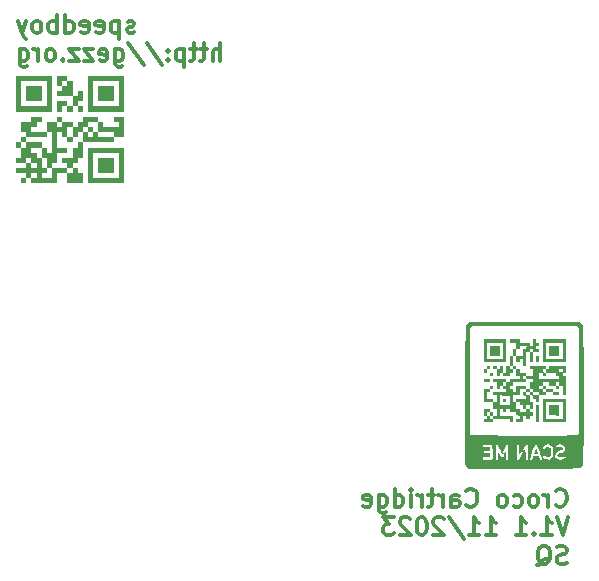
<source format=gbo>
G04 #@! TF.GenerationSoftware,KiCad,Pcbnew,7.0.11*
G04 #@! TF.CreationDate,2024-02-24T15:31:06+03:00*
G04 #@! TF.ProjectId,GameboyCartridgeV1.1,47616d65-626f-4794-9361-727472696467,rev?*
G04 #@! TF.SameCoordinates,Original*
G04 #@! TF.FileFunction,Legend,Bot*
G04 #@! TF.FilePolarity,Positive*
%FSLAX46Y46*%
G04 Gerber Fmt 4.6, Leading zero omitted, Abs format (unit mm)*
G04 Created by KiCad (PCBNEW 7.0.11) date 2024-02-24 15:31:06*
%MOMM*%
%LPD*%
G01*
G04 APERTURE LIST*
%ADD10C,0.300000*%
%ADD11C,0.650000*%
%ADD12O,1.000000X2.100000*%
%ADD13O,1.000000X1.800000*%
%ADD14C,0.860000*%
%ADD15C,2.374900*%
%ADD16C,0.990600*%
%ADD17C,7.200000*%
%ADD18R,1.700000X1.700000*%
%ADD19O,1.700000X1.700000*%
G04 APERTURE END LIST*
D10*
X98279796Y-59163400D02*
X98136939Y-59234828D01*
X98136939Y-59234828D02*
X97851225Y-59234828D01*
X97851225Y-59234828D02*
X97708368Y-59163400D01*
X97708368Y-59163400D02*
X97636939Y-59020542D01*
X97636939Y-59020542D02*
X97636939Y-58949114D01*
X97636939Y-58949114D02*
X97708368Y-58806257D01*
X97708368Y-58806257D02*
X97851225Y-58734828D01*
X97851225Y-58734828D02*
X98065511Y-58734828D01*
X98065511Y-58734828D02*
X98208368Y-58663400D01*
X98208368Y-58663400D02*
X98279796Y-58520542D01*
X98279796Y-58520542D02*
X98279796Y-58449114D01*
X98279796Y-58449114D02*
X98208368Y-58306257D01*
X98208368Y-58306257D02*
X98065511Y-58234828D01*
X98065511Y-58234828D02*
X97851225Y-58234828D01*
X97851225Y-58234828D02*
X97708368Y-58306257D01*
X96994082Y-58234828D02*
X96994082Y-59734828D01*
X96994082Y-58306257D02*
X96851225Y-58234828D01*
X96851225Y-58234828D02*
X96565510Y-58234828D01*
X96565510Y-58234828D02*
X96422653Y-58306257D01*
X96422653Y-58306257D02*
X96351225Y-58377685D01*
X96351225Y-58377685D02*
X96279796Y-58520542D01*
X96279796Y-58520542D02*
X96279796Y-58949114D01*
X96279796Y-58949114D02*
X96351225Y-59091971D01*
X96351225Y-59091971D02*
X96422653Y-59163400D01*
X96422653Y-59163400D02*
X96565510Y-59234828D01*
X96565510Y-59234828D02*
X96851225Y-59234828D01*
X96851225Y-59234828D02*
X96994082Y-59163400D01*
X95065510Y-59163400D02*
X95208367Y-59234828D01*
X95208367Y-59234828D02*
X95494082Y-59234828D01*
X95494082Y-59234828D02*
X95636939Y-59163400D01*
X95636939Y-59163400D02*
X95708367Y-59020542D01*
X95708367Y-59020542D02*
X95708367Y-58449114D01*
X95708367Y-58449114D02*
X95636939Y-58306257D01*
X95636939Y-58306257D02*
X95494082Y-58234828D01*
X95494082Y-58234828D02*
X95208367Y-58234828D01*
X95208367Y-58234828D02*
X95065510Y-58306257D01*
X95065510Y-58306257D02*
X94994082Y-58449114D01*
X94994082Y-58449114D02*
X94994082Y-58591971D01*
X94994082Y-58591971D02*
X95708367Y-58734828D01*
X93779796Y-59163400D02*
X93922653Y-59234828D01*
X93922653Y-59234828D02*
X94208368Y-59234828D01*
X94208368Y-59234828D02*
X94351225Y-59163400D01*
X94351225Y-59163400D02*
X94422653Y-59020542D01*
X94422653Y-59020542D02*
X94422653Y-58449114D01*
X94422653Y-58449114D02*
X94351225Y-58306257D01*
X94351225Y-58306257D02*
X94208368Y-58234828D01*
X94208368Y-58234828D02*
X93922653Y-58234828D01*
X93922653Y-58234828D02*
X93779796Y-58306257D01*
X93779796Y-58306257D02*
X93708368Y-58449114D01*
X93708368Y-58449114D02*
X93708368Y-58591971D01*
X93708368Y-58591971D02*
X94422653Y-58734828D01*
X92422654Y-59234828D02*
X92422654Y-57734828D01*
X92422654Y-59163400D02*
X92565511Y-59234828D01*
X92565511Y-59234828D02*
X92851225Y-59234828D01*
X92851225Y-59234828D02*
X92994082Y-59163400D01*
X92994082Y-59163400D02*
X93065511Y-59091971D01*
X93065511Y-59091971D02*
X93136939Y-58949114D01*
X93136939Y-58949114D02*
X93136939Y-58520542D01*
X93136939Y-58520542D02*
X93065511Y-58377685D01*
X93065511Y-58377685D02*
X92994082Y-58306257D01*
X92994082Y-58306257D02*
X92851225Y-58234828D01*
X92851225Y-58234828D02*
X92565511Y-58234828D01*
X92565511Y-58234828D02*
X92422654Y-58306257D01*
X91708368Y-59234828D02*
X91708368Y-57734828D01*
X91708368Y-58306257D02*
X91565511Y-58234828D01*
X91565511Y-58234828D02*
X91279796Y-58234828D01*
X91279796Y-58234828D02*
X91136939Y-58306257D01*
X91136939Y-58306257D02*
X91065511Y-58377685D01*
X91065511Y-58377685D02*
X90994082Y-58520542D01*
X90994082Y-58520542D02*
X90994082Y-58949114D01*
X90994082Y-58949114D02*
X91065511Y-59091971D01*
X91065511Y-59091971D02*
X91136939Y-59163400D01*
X91136939Y-59163400D02*
X91279796Y-59234828D01*
X91279796Y-59234828D02*
X91565511Y-59234828D01*
X91565511Y-59234828D02*
X91708368Y-59163400D01*
X90136939Y-59234828D02*
X90279796Y-59163400D01*
X90279796Y-59163400D02*
X90351225Y-59091971D01*
X90351225Y-59091971D02*
X90422653Y-58949114D01*
X90422653Y-58949114D02*
X90422653Y-58520542D01*
X90422653Y-58520542D02*
X90351225Y-58377685D01*
X90351225Y-58377685D02*
X90279796Y-58306257D01*
X90279796Y-58306257D02*
X90136939Y-58234828D01*
X90136939Y-58234828D02*
X89922653Y-58234828D01*
X89922653Y-58234828D02*
X89779796Y-58306257D01*
X89779796Y-58306257D02*
X89708368Y-58377685D01*
X89708368Y-58377685D02*
X89636939Y-58520542D01*
X89636939Y-58520542D02*
X89636939Y-58949114D01*
X89636939Y-58949114D02*
X89708368Y-59091971D01*
X89708368Y-59091971D02*
X89779796Y-59163400D01*
X89779796Y-59163400D02*
X89922653Y-59234828D01*
X89922653Y-59234828D02*
X90136939Y-59234828D01*
X89136939Y-58234828D02*
X88779796Y-59234828D01*
X88422653Y-58234828D02*
X88779796Y-59234828D01*
X88779796Y-59234828D02*
X88922653Y-59591971D01*
X88922653Y-59591971D02*
X88994082Y-59663400D01*
X88994082Y-59663400D02*
X89136939Y-59734828D01*
X105565513Y-61649828D02*
X105565513Y-60149828D01*
X104922656Y-61649828D02*
X104922656Y-60864114D01*
X104922656Y-60864114D02*
X104994084Y-60721257D01*
X104994084Y-60721257D02*
X105136941Y-60649828D01*
X105136941Y-60649828D02*
X105351227Y-60649828D01*
X105351227Y-60649828D02*
X105494084Y-60721257D01*
X105494084Y-60721257D02*
X105565513Y-60792685D01*
X104422655Y-60649828D02*
X103851227Y-60649828D01*
X104208370Y-60149828D02*
X104208370Y-61435542D01*
X104208370Y-61435542D02*
X104136941Y-61578400D01*
X104136941Y-61578400D02*
X103994084Y-61649828D01*
X103994084Y-61649828D02*
X103851227Y-61649828D01*
X103565512Y-60649828D02*
X102994084Y-60649828D01*
X103351227Y-60149828D02*
X103351227Y-61435542D01*
X103351227Y-61435542D02*
X103279798Y-61578400D01*
X103279798Y-61578400D02*
X103136941Y-61649828D01*
X103136941Y-61649828D02*
X102994084Y-61649828D01*
X102494084Y-60649828D02*
X102494084Y-62149828D01*
X102494084Y-60721257D02*
X102351227Y-60649828D01*
X102351227Y-60649828D02*
X102065512Y-60649828D01*
X102065512Y-60649828D02*
X101922655Y-60721257D01*
X101922655Y-60721257D02*
X101851227Y-60792685D01*
X101851227Y-60792685D02*
X101779798Y-60935542D01*
X101779798Y-60935542D02*
X101779798Y-61364114D01*
X101779798Y-61364114D02*
X101851227Y-61506971D01*
X101851227Y-61506971D02*
X101922655Y-61578400D01*
X101922655Y-61578400D02*
X102065512Y-61649828D01*
X102065512Y-61649828D02*
X102351227Y-61649828D01*
X102351227Y-61649828D02*
X102494084Y-61578400D01*
X101136941Y-61506971D02*
X101065512Y-61578400D01*
X101065512Y-61578400D02*
X101136941Y-61649828D01*
X101136941Y-61649828D02*
X101208369Y-61578400D01*
X101208369Y-61578400D02*
X101136941Y-61506971D01*
X101136941Y-61506971D02*
X101136941Y-61649828D01*
X101136941Y-60721257D02*
X101065512Y-60792685D01*
X101065512Y-60792685D02*
X101136941Y-60864114D01*
X101136941Y-60864114D02*
X101208369Y-60792685D01*
X101208369Y-60792685D02*
X101136941Y-60721257D01*
X101136941Y-60721257D02*
X101136941Y-60864114D01*
X99351226Y-60078400D02*
X100636940Y-62006971D01*
X97779797Y-60078400D02*
X99065511Y-62006971D01*
X96636940Y-60649828D02*
X96636940Y-61864114D01*
X96636940Y-61864114D02*
X96708368Y-62006971D01*
X96708368Y-62006971D02*
X96779797Y-62078400D01*
X96779797Y-62078400D02*
X96922654Y-62149828D01*
X96922654Y-62149828D02*
X97136940Y-62149828D01*
X97136940Y-62149828D02*
X97279797Y-62078400D01*
X96636940Y-61578400D02*
X96779797Y-61649828D01*
X96779797Y-61649828D02*
X97065511Y-61649828D01*
X97065511Y-61649828D02*
X97208368Y-61578400D01*
X97208368Y-61578400D02*
X97279797Y-61506971D01*
X97279797Y-61506971D02*
X97351225Y-61364114D01*
X97351225Y-61364114D02*
X97351225Y-60935542D01*
X97351225Y-60935542D02*
X97279797Y-60792685D01*
X97279797Y-60792685D02*
X97208368Y-60721257D01*
X97208368Y-60721257D02*
X97065511Y-60649828D01*
X97065511Y-60649828D02*
X96779797Y-60649828D01*
X96779797Y-60649828D02*
X96636940Y-60721257D01*
X95351225Y-61578400D02*
X95494082Y-61649828D01*
X95494082Y-61649828D02*
X95779797Y-61649828D01*
X95779797Y-61649828D02*
X95922654Y-61578400D01*
X95922654Y-61578400D02*
X95994082Y-61435542D01*
X95994082Y-61435542D02*
X95994082Y-60864114D01*
X95994082Y-60864114D02*
X95922654Y-60721257D01*
X95922654Y-60721257D02*
X95779797Y-60649828D01*
X95779797Y-60649828D02*
X95494082Y-60649828D01*
X95494082Y-60649828D02*
X95351225Y-60721257D01*
X95351225Y-60721257D02*
X95279797Y-60864114D01*
X95279797Y-60864114D02*
X95279797Y-61006971D01*
X95279797Y-61006971D02*
X95994082Y-61149828D01*
X94779797Y-60649828D02*
X93994083Y-60649828D01*
X93994083Y-60649828D02*
X94779797Y-61649828D01*
X94779797Y-61649828D02*
X93994083Y-61649828D01*
X93565511Y-60649828D02*
X92779797Y-60649828D01*
X92779797Y-60649828D02*
X93565511Y-61649828D01*
X93565511Y-61649828D02*
X92779797Y-61649828D01*
X92208368Y-61506971D02*
X92136939Y-61578400D01*
X92136939Y-61578400D02*
X92208368Y-61649828D01*
X92208368Y-61649828D02*
X92279796Y-61578400D01*
X92279796Y-61578400D02*
X92208368Y-61506971D01*
X92208368Y-61506971D02*
X92208368Y-61649828D01*
X91279796Y-61649828D02*
X91422653Y-61578400D01*
X91422653Y-61578400D02*
X91494082Y-61506971D01*
X91494082Y-61506971D02*
X91565510Y-61364114D01*
X91565510Y-61364114D02*
X91565510Y-60935542D01*
X91565510Y-60935542D02*
X91494082Y-60792685D01*
X91494082Y-60792685D02*
X91422653Y-60721257D01*
X91422653Y-60721257D02*
X91279796Y-60649828D01*
X91279796Y-60649828D02*
X91065510Y-60649828D01*
X91065510Y-60649828D02*
X90922653Y-60721257D01*
X90922653Y-60721257D02*
X90851225Y-60792685D01*
X90851225Y-60792685D02*
X90779796Y-60935542D01*
X90779796Y-60935542D02*
X90779796Y-61364114D01*
X90779796Y-61364114D02*
X90851225Y-61506971D01*
X90851225Y-61506971D02*
X90922653Y-61578400D01*
X90922653Y-61578400D02*
X91065510Y-61649828D01*
X91065510Y-61649828D02*
X91279796Y-61649828D01*
X90136939Y-61649828D02*
X90136939Y-60649828D01*
X90136939Y-60935542D02*
X90065510Y-60792685D01*
X90065510Y-60792685D02*
X89994082Y-60721257D01*
X89994082Y-60721257D02*
X89851224Y-60649828D01*
X89851224Y-60649828D02*
X89708367Y-60649828D01*
X88565511Y-60649828D02*
X88565511Y-61864114D01*
X88565511Y-61864114D02*
X88636939Y-62006971D01*
X88636939Y-62006971D02*
X88708368Y-62078400D01*
X88708368Y-62078400D02*
X88851225Y-62149828D01*
X88851225Y-62149828D02*
X89065511Y-62149828D01*
X89065511Y-62149828D02*
X89208368Y-62078400D01*
X88565511Y-61578400D02*
X88708368Y-61649828D01*
X88708368Y-61649828D02*
X88994082Y-61649828D01*
X88994082Y-61649828D02*
X89136939Y-61578400D01*
X89136939Y-61578400D02*
X89208368Y-61506971D01*
X89208368Y-61506971D02*
X89279796Y-61364114D01*
X89279796Y-61364114D02*
X89279796Y-60935542D01*
X89279796Y-60935542D02*
X89208368Y-60792685D01*
X89208368Y-60792685D02*
X89136939Y-60721257D01*
X89136939Y-60721257D02*
X88994082Y-60649828D01*
X88994082Y-60649828D02*
X88708368Y-60649828D01*
X88708368Y-60649828D02*
X88565511Y-60721257D01*
X133970346Y-99221971D02*
X134041774Y-99293400D01*
X134041774Y-99293400D02*
X134256060Y-99364828D01*
X134256060Y-99364828D02*
X134398917Y-99364828D01*
X134398917Y-99364828D02*
X134613203Y-99293400D01*
X134613203Y-99293400D02*
X134756060Y-99150542D01*
X134756060Y-99150542D02*
X134827489Y-99007685D01*
X134827489Y-99007685D02*
X134898917Y-98721971D01*
X134898917Y-98721971D02*
X134898917Y-98507685D01*
X134898917Y-98507685D02*
X134827489Y-98221971D01*
X134827489Y-98221971D02*
X134756060Y-98079114D01*
X134756060Y-98079114D02*
X134613203Y-97936257D01*
X134613203Y-97936257D02*
X134398917Y-97864828D01*
X134398917Y-97864828D02*
X134256060Y-97864828D01*
X134256060Y-97864828D02*
X134041774Y-97936257D01*
X134041774Y-97936257D02*
X133970346Y-98007685D01*
X133327489Y-99364828D02*
X133327489Y-98364828D01*
X133327489Y-98650542D02*
X133256060Y-98507685D01*
X133256060Y-98507685D02*
X133184632Y-98436257D01*
X133184632Y-98436257D02*
X133041774Y-98364828D01*
X133041774Y-98364828D02*
X132898917Y-98364828D01*
X132184632Y-99364828D02*
X132327489Y-99293400D01*
X132327489Y-99293400D02*
X132398918Y-99221971D01*
X132398918Y-99221971D02*
X132470346Y-99079114D01*
X132470346Y-99079114D02*
X132470346Y-98650542D01*
X132470346Y-98650542D02*
X132398918Y-98507685D01*
X132398918Y-98507685D02*
X132327489Y-98436257D01*
X132327489Y-98436257D02*
X132184632Y-98364828D01*
X132184632Y-98364828D02*
X131970346Y-98364828D01*
X131970346Y-98364828D02*
X131827489Y-98436257D01*
X131827489Y-98436257D02*
X131756061Y-98507685D01*
X131756061Y-98507685D02*
X131684632Y-98650542D01*
X131684632Y-98650542D02*
X131684632Y-99079114D01*
X131684632Y-99079114D02*
X131756061Y-99221971D01*
X131756061Y-99221971D02*
X131827489Y-99293400D01*
X131827489Y-99293400D02*
X131970346Y-99364828D01*
X131970346Y-99364828D02*
X132184632Y-99364828D01*
X130398918Y-99293400D02*
X130541775Y-99364828D01*
X130541775Y-99364828D02*
X130827489Y-99364828D01*
X130827489Y-99364828D02*
X130970346Y-99293400D01*
X130970346Y-99293400D02*
X131041775Y-99221971D01*
X131041775Y-99221971D02*
X131113203Y-99079114D01*
X131113203Y-99079114D02*
X131113203Y-98650542D01*
X131113203Y-98650542D02*
X131041775Y-98507685D01*
X131041775Y-98507685D02*
X130970346Y-98436257D01*
X130970346Y-98436257D02*
X130827489Y-98364828D01*
X130827489Y-98364828D02*
X130541775Y-98364828D01*
X130541775Y-98364828D02*
X130398918Y-98436257D01*
X129541775Y-99364828D02*
X129684632Y-99293400D01*
X129684632Y-99293400D02*
X129756061Y-99221971D01*
X129756061Y-99221971D02*
X129827489Y-99079114D01*
X129827489Y-99079114D02*
X129827489Y-98650542D01*
X129827489Y-98650542D02*
X129756061Y-98507685D01*
X129756061Y-98507685D02*
X129684632Y-98436257D01*
X129684632Y-98436257D02*
X129541775Y-98364828D01*
X129541775Y-98364828D02*
X129327489Y-98364828D01*
X129327489Y-98364828D02*
X129184632Y-98436257D01*
X129184632Y-98436257D02*
X129113204Y-98507685D01*
X129113204Y-98507685D02*
X129041775Y-98650542D01*
X129041775Y-98650542D02*
X129041775Y-99079114D01*
X129041775Y-99079114D02*
X129113204Y-99221971D01*
X129113204Y-99221971D02*
X129184632Y-99293400D01*
X129184632Y-99293400D02*
X129327489Y-99364828D01*
X129327489Y-99364828D02*
X129541775Y-99364828D01*
X126398918Y-99221971D02*
X126470346Y-99293400D01*
X126470346Y-99293400D02*
X126684632Y-99364828D01*
X126684632Y-99364828D02*
X126827489Y-99364828D01*
X126827489Y-99364828D02*
X127041775Y-99293400D01*
X127041775Y-99293400D02*
X127184632Y-99150542D01*
X127184632Y-99150542D02*
X127256061Y-99007685D01*
X127256061Y-99007685D02*
X127327489Y-98721971D01*
X127327489Y-98721971D02*
X127327489Y-98507685D01*
X127327489Y-98507685D02*
X127256061Y-98221971D01*
X127256061Y-98221971D02*
X127184632Y-98079114D01*
X127184632Y-98079114D02*
X127041775Y-97936257D01*
X127041775Y-97936257D02*
X126827489Y-97864828D01*
X126827489Y-97864828D02*
X126684632Y-97864828D01*
X126684632Y-97864828D02*
X126470346Y-97936257D01*
X126470346Y-97936257D02*
X126398918Y-98007685D01*
X125113204Y-99364828D02*
X125113204Y-98579114D01*
X125113204Y-98579114D02*
X125184632Y-98436257D01*
X125184632Y-98436257D02*
X125327489Y-98364828D01*
X125327489Y-98364828D02*
X125613204Y-98364828D01*
X125613204Y-98364828D02*
X125756061Y-98436257D01*
X125113204Y-99293400D02*
X125256061Y-99364828D01*
X125256061Y-99364828D02*
X125613204Y-99364828D01*
X125613204Y-99364828D02*
X125756061Y-99293400D01*
X125756061Y-99293400D02*
X125827489Y-99150542D01*
X125827489Y-99150542D02*
X125827489Y-99007685D01*
X125827489Y-99007685D02*
X125756061Y-98864828D01*
X125756061Y-98864828D02*
X125613204Y-98793400D01*
X125613204Y-98793400D02*
X125256061Y-98793400D01*
X125256061Y-98793400D02*
X125113204Y-98721971D01*
X124398918Y-99364828D02*
X124398918Y-98364828D01*
X124398918Y-98650542D02*
X124327489Y-98507685D01*
X124327489Y-98507685D02*
X124256061Y-98436257D01*
X124256061Y-98436257D02*
X124113203Y-98364828D01*
X124113203Y-98364828D02*
X123970346Y-98364828D01*
X123684632Y-98364828D02*
X123113204Y-98364828D01*
X123470347Y-97864828D02*
X123470347Y-99150542D01*
X123470347Y-99150542D02*
X123398918Y-99293400D01*
X123398918Y-99293400D02*
X123256061Y-99364828D01*
X123256061Y-99364828D02*
X123113204Y-99364828D01*
X122613204Y-99364828D02*
X122613204Y-98364828D01*
X122613204Y-98650542D02*
X122541775Y-98507685D01*
X122541775Y-98507685D02*
X122470347Y-98436257D01*
X122470347Y-98436257D02*
X122327489Y-98364828D01*
X122327489Y-98364828D02*
X122184632Y-98364828D01*
X121684633Y-99364828D02*
X121684633Y-98364828D01*
X121684633Y-97864828D02*
X121756061Y-97936257D01*
X121756061Y-97936257D02*
X121684633Y-98007685D01*
X121684633Y-98007685D02*
X121613204Y-97936257D01*
X121613204Y-97936257D02*
X121684633Y-97864828D01*
X121684633Y-97864828D02*
X121684633Y-98007685D01*
X120327490Y-99364828D02*
X120327490Y-97864828D01*
X120327490Y-99293400D02*
X120470347Y-99364828D01*
X120470347Y-99364828D02*
X120756061Y-99364828D01*
X120756061Y-99364828D02*
X120898918Y-99293400D01*
X120898918Y-99293400D02*
X120970347Y-99221971D01*
X120970347Y-99221971D02*
X121041775Y-99079114D01*
X121041775Y-99079114D02*
X121041775Y-98650542D01*
X121041775Y-98650542D02*
X120970347Y-98507685D01*
X120970347Y-98507685D02*
X120898918Y-98436257D01*
X120898918Y-98436257D02*
X120756061Y-98364828D01*
X120756061Y-98364828D02*
X120470347Y-98364828D01*
X120470347Y-98364828D02*
X120327490Y-98436257D01*
X118970347Y-98364828D02*
X118970347Y-99579114D01*
X118970347Y-99579114D02*
X119041775Y-99721971D01*
X119041775Y-99721971D02*
X119113204Y-99793400D01*
X119113204Y-99793400D02*
X119256061Y-99864828D01*
X119256061Y-99864828D02*
X119470347Y-99864828D01*
X119470347Y-99864828D02*
X119613204Y-99793400D01*
X118970347Y-99293400D02*
X119113204Y-99364828D01*
X119113204Y-99364828D02*
X119398918Y-99364828D01*
X119398918Y-99364828D02*
X119541775Y-99293400D01*
X119541775Y-99293400D02*
X119613204Y-99221971D01*
X119613204Y-99221971D02*
X119684632Y-99079114D01*
X119684632Y-99079114D02*
X119684632Y-98650542D01*
X119684632Y-98650542D02*
X119613204Y-98507685D01*
X119613204Y-98507685D02*
X119541775Y-98436257D01*
X119541775Y-98436257D02*
X119398918Y-98364828D01*
X119398918Y-98364828D02*
X119113204Y-98364828D01*
X119113204Y-98364828D02*
X118970347Y-98436257D01*
X117684632Y-99293400D02*
X117827489Y-99364828D01*
X117827489Y-99364828D02*
X118113204Y-99364828D01*
X118113204Y-99364828D02*
X118256061Y-99293400D01*
X118256061Y-99293400D02*
X118327489Y-99150542D01*
X118327489Y-99150542D02*
X118327489Y-98579114D01*
X118327489Y-98579114D02*
X118256061Y-98436257D01*
X118256061Y-98436257D02*
X118113204Y-98364828D01*
X118113204Y-98364828D02*
X117827489Y-98364828D01*
X117827489Y-98364828D02*
X117684632Y-98436257D01*
X117684632Y-98436257D02*
X117613204Y-98579114D01*
X117613204Y-98579114D02*
X117613204Y-98721971D01*
X117613204Y-98721971D02*
X118327489Y-98864828D01*
X135041774Y-100279828D02*
X134541774Y-101779828D01*
X134541774Y-101779828D02*
X134041774Y-100279828D01*
X132756060Y-101779828D02*
X133613203Y-101779828D01*
X133184632Y-101779828D02*
X133184632Y-100279828D01*
X133184632Y-100279828D02*
X133327489Y-100494114D01*
X133327489Y-100494114D02*
X133470346Y-100636971D01*
X133470346Y-100636971D02*
X133613203Y-100708400D01*
X132113204Y-101636971D02*
X132041775Y-101708400D01*
X132041775Y-101708400D02*
X132113204Y-101779828D01*
X132113204Y-101779828D02*
X132184632Y-101708400D01*
X132184632Y-101708400D02*
X132113204Y-101636971D01*
X132113204Y-101636971D02*
X132113204Y-101779828D01*
X130613203Y-101779828D02*
X131470346Y-101779828D01*
X131041775Y-101779828D02*
X131041775Y-100279828D01*
X131041775Y-100279828D02*
X131184632Y-100494114D01*
X131184632Y-100494114D02*
X131327489Y-100636971D01*
X131327489Y-100636971D02*
X131470346Y-100708400D01*
X128041775Y-101779828D02*
X128898918Y-101779828D01*
X128470347Y-101779828D02*
X128470347Y-100279828D01*
X128470347Y-100279828D02*
X128613204Y-100494114D01*
X128613204Y-100494114D02*
X128756061Y-100636971D01*
X128756061Y-100636971D02*
X128898918Y-100708400D01*
X126613204Y-101779828D02*
X127470347Y-101779828D01*
X127041776Y-101779828D02*
X127041776Y-100279828D01*
X127041776Y-100279828D02*
X127184633Y-100494114D01*
X127184633Y-100494114D02*
X127327490Y-100636971D01*
X127327490Y-100636971D02*
X127470347Y-100708400D01*
X124898919Y-100208400D02*
X126184633Y-102136971D01*
X124470347Y-100422685D02*
X124398919Y-100351257D01*
X124398919Y-100351257D02*
X124256062Y-100279828D01*
X124256062Y-100279828D02*
X123898919Y-100279828D01*
X123898919Y-100279828D02*
X123756062Y-100351257D01*
X123756062Y-100351257D02*
X123684633Y-100422685D01*
X123684633Y-100422685D02*
X123613204Y-100565542D01*
X123613204Y-100565542D02*
X123613204Y-100708400D01*
X123613204Y-100708400D02*
X123684633Y-100922685D01*
X123684633Y-100922685D02*
X124541776Y-101779828D01*
X124541776Y-101779828D02*
X123613204Y-101779828D01*
X122684633Y-100279828D02*
X122541776Y-100279828D01*
X122541776Y-100279828D02*
X122398919Y-100351257D01*
X122398919Y-100351257D02*
X122327491Y-100422685D01*
X122327491Y-100422685D02*
X122256062Y-100565542D01*
X122256062Y-100565542D02*
X122184633Y-100851257D01*
X122184633Y-100851257D02*
X122184633Y-101208400D01*
X122184633Y-101208400D02*
X122256062Y-101494114D01*
X122256062Y-101494114D02*
X122327491Y-101636971D01*
X122327491Y-101636971D02*
X122398919Y-101708400D01*
X122398919Y-101708400D02*
X122541776Y-101779828D01*
X122541776Y-101779828D02*
X122684633Y-101779828D01*
X122684633Y-101779828D02*
X122827491Y-101708400D01*
X122827491Y-101708400D02*
X122898919Y-101636971D01*
X122898919Y-101636971D02*
X122970348Y-101494114D01*
X122970348Y-101494114D02*
X123041776Y-101208400D01*
X123041776Y-101208400D02*
X123041776Y-100851257D01*
X123041776Y-100851257D02*
X122970348Y-100565542D01*
X122970348Y-100565542D02*
X122898919Y-100422685D01*
X122898919Y-100422685D02*
X122827491Y-100351257D01*
X122827491Y-100351257D02*
X122684633Y-100279828D01*
X121613205Y-100422685D02*
X121541777Y-100351257D01*
X121541777Y-100351257D02*
X121398920Y-100279828D01*
X121398920Y-100279828D02*
X121041777Y-100279828D01*
X121041777Y-100279828D02*
X120898920Y-100351257D01*
X120898920Y-100351257D02*
X120827491Y-100422685D01*
X120827491Y-100422685D02*
X120756062Y-100565542D01*
X120756062Y-100565542D02*
X120756062Y-100708400D01*
X120756062Y-100708400D02*
X120827491Y-100922685D01*
X120827491Y-100922685D02*
X121684634Y-101779828D01*
X121684634Y-101779828D02*
X120756062Y-101779828D01*
X120256063Y-100279828D02*
X119327491Y-100279828D01*
X119327491Y-100279828D02*
X119827491Y-100851257D01*
X119827491Y-100851257D02*
X119613206Y-100851257D01*
X119613206Y-100851257D02*
X119470349Y-100922685D01*
X119470349Y-100922685D02*
X119398920Y-100994114D01*
X119398920Y-100994114D02*
X119327491Y-101136971D01*
X119327491Y-101136971D02*
X119327491Y-101494114D01*
X119327491Y-101494114D02*
X119398920Y-101636971D01*
X119398920Y-101636971D02*
X119470349Y-101708400D01*
X119470349Y-101708400D02*
X119613206Y-101779828D01*
X119613206Y-101779828D02*
X120041777Y-101779828D01*
X120041777Y-101779828D02*
X120184634Y-101708400D01*
X120184634Y-101708400D02*
X120256063Y-101636971D01*
X134898917Y-104123400D02*
X134684632Y-104194828D01*
X134684632Y-104194828D02*
X134327489Y-104194828D01*
X134327489Y-104194828D02*
X134184632Y-104123400D01*
X134184632Y-104123400D02*
X134113203Y-104051971D01*
X134113203Y-104051971D02*
X134041774Y-103909114D01*
X134041774Y-103909114D02*
X134041774Y-103766257D01*
X134041774Y-103766257D02*
X134113203Y-103623400D01*
X134113203Y-103623400D02*
X134184632Y-103551971D01*
X134184632Y-103551971D02*
X134327489Y-103480542D01*
X134327489Y-103480542D02*
X134613203Y-103409114D01*
X134613203Y-103409114D02*
X134756060Y-103337685D01*
X134756060Y-103337685D02*
X134827489Y-103266257D01*
X134827489Y-103266257D02*
X134898917Y-103123400D01*
X134898917Y-103123400D02*
X134898917Y-102980542D01*
X134898917Y-102980542D02*
X134827489Y-102837685D01*
X134827489Y-102837685D02*
X134756060Y-102766257D01*
X134756060Y-102766257D02*
X134613203Y-102694828D01*
X134613203Y-102694828D02*
X134256060Y-102694828D01*
X134256060Y-102694828D02*
X134041774Y-102766257D01*
X132398918Y-104337685D02*
X132541775Y-104266257D01*
X132541775Y-104266257D02*
X132684632Y-104123400D01*
X132684632Y-104123400D02*
X132898918Y-103909114D01*
X132898918Y-103909114D02*
X133041775Y-103837685D01*
X133041775Y-103837685D02*
X133184632Y-103837685D01*
X133113203Y-104194828D02*
X133256061Y-104123400D01*
X133256061Y-104123400D02*
X133398918Y-103980542D01*
X133398918Y-103980542D02*
X133470346Y-103694828D01*
X133470346Y-103694828D02*
X133470346Y-103194828D01*
X133470346Y-103194828D02*
X133398918Y-102909114D01*
X133398918Y-102909114D02*
X133256061Y-102766257D01*
X133256061Y-102766257D02*
X133113203Y-102694828D01*
X133113203Y-102694828D02*
X132827489Y-102694828D01*
X132827489Y-102694828D02*
X132684632Y-102766257D01*
X132684632Y-102766257D02*
X132541775Y-102909114D01*
X132541775Y-102909114D02*
X132470346Y-103194828D01*
X132470346Y-103194828D02*
X132470346Y-103694828D01*
X132470346Y-103694828D02*
X132541775Y-103980542D01*
X132541775Y-103980542D02*
X132684632Y-104123400D01*
X132684632Y-104123400D02*
X132827489Y-104194828D01*
X132827489Y-104194828D02*
X133113203Y-104194828D01*
G04 #@! TO.C,G\u002A\u002A\u002A*
G36*
X97403070Y-70481047D02*
G01*
X97403070Y-72003070D01*
X95881046Y-72003070D01*
X94359023Y-72003070D01*
X94359023Y-71568207D01*
X94793887Y-71568207D01*
X95881046Y-71568207D01*
X96968206Y-71568207D01*
X96968206Y-70481047D01*
X96968206Y-69393888D01*
X95881046Y-69393888D01*
X94793887Y-69393888D01*
X94793887Y-70481047D01*
X94793887Y-71568207D01*
X94359023Y-71568207D01*
X94359023Y-70481047D01*
X94359023Y-68959024D01*
X95881046Y-68959024D01*
X97403070Y-68959024D01*
X97403070Y-69393888D01*
X97403070Y-70481047D01*
G37*
G36*
X90662681Y-70698479D02*
G01*
X90880112Y-70698479D01*
X90880112Y-70915911D01*
X90880112Y-71133343D01*
X90662681Y-71133343D01*
X90445249Y-71133343D01*
X90445249Y-71350775D01*
X90445249Y-71568207D01*
X90880112Y-71568207D01*
X91314976Y-71568207D01*
X91314976Y-71133343D01*
X91314976Y-70698479D01*
X91967272Y-70698479D01*
X92619568Y-70698479D01*
X92619568Y-70915911D01*
X92619568Y-71133343D01*
X92837000Y-71133343D01*
X93054432Y-71133343D01*
X93054432Y-70915911D01*
X93054432Y-70698479D01*
X93271863Y-70698479D01*
X93489295Y-70698479D01*
X93489295Y-70915911D01*
X93489295Y-71133343D01*
X93706727Y-71133343D01*
X93924159Y-71133343D01*
X93924159Y-71568207D01*
X93924159Y-72003070D01*
X93271863Y-72003070D01*
X92619568Y-72003070D01*
X92619568Y-71568207D01*
X92619568Y-71133343D01*
X92184704Y-71133343D01*
X91749840Y-71133343D01*
X91749840Y-71568207D01*
X91749840Y-72003070D01*
X90662681Y-72003070D01*
X89575521Y-72003070D01*
X89575521Y-71785638D01*
X89575521Y-71568207D01*
X89792953Y-71568207D01*
X90010385Y-71568207D01*
X90010385Y-71350775D01*
X90010385Y-71133343D01*
X89792953Y-71133343D01*
X89575521Y-71133343D01*
X89575521Y-71350775D01*
X89575521Y-71568207D01*
X89358089Y-71568207D01*
X89140657Y-71568207D01*
X89140657Y-71350775D01*
X89140657Y-71133343D01*
X88705793Y-71133343D01*
X88270930Y-71133343D01*
X88270930Y-70915911D01*
X88270930Y-70698479D01*
X88705793Y-70698479D01*
X89140657Y-70698479D01*
X89575521Y-70698479D01*
X89792953Y-70698479D01*
X90010385Y-70698479D01*
X90010385Y-70481047D01*
X90010385Y-70263615D01*
X89792953Y-70263615D01*
X89575521Y-70263615D01*
X89575521Y-70481047D01*
X89575521Y-70698479D01*
X89140657Y-70698479D01*
X89140657Y-70481047D01*
X89140657Y-70263615D01*
X89358089Y-70263615D01*
X89575521Y-70263615D01*
X89575521Y-70046183D01*
X89575521Y-69828751D01*
X89358089Y-69828751D01*
X89140657Y-69828751D01*
X89140657Y-70046183D01*
X89140657Y-70263615D01*
X88705793Y-70263615D01*
X88270930Y-70263615D01*
X88270930Y-70046183D01*
X88270930Y-69828751D01*
X88488362Y-69828751D01*
X88705793Y-69828751D01*
X88705793Y-69393888D01*
X88705793Y-68959024D01*
X88488362Y-68959024D01*
X88270930Y-68959024D01*
X88270930Y-68741592D01*
X88270930Y-68524160D01*
X88488362Y-68524160D01*
X88705793Y-68524160D01*
X88705793Y-68741592D01*
X88705793Y-68959024D01*
X88923225Y-68959024D01*
X89140657Y-68959024D01*
X89140657Y-68741592D01*
X89140657Y-68524160D01*
X89792953Y-68524160D01*
X90445249Y-68524160D01*
X90445249Y-68741592D01*
X90445249Y-68959024D01*
X90010385Y-68959024D01*
X89575521Y-68959024D01*
X89575521Y-69176456D01*
X89575521Y-69393888D01*
X89792953Y-69393888D01*
X90010385Y-69393888D01*
X90010385Y-69611319D01*
X90010385Y-69828751D01*
X90227817Y-69828751D01*
X90445249Y-69828751D01*
X90445249Y-69393888D01*
X90445249Y-68959024D01*
X90662681Y-68959024D01*
X90880112Y-68959024D01*
X90880112Y-69176456D01*
X90880112Y-69393888D01*
X91097544Y-69393888D01*
X91314976Y-69393888D01*
X91314976Y-68524160D01*
X91314976Y-67654432D01*
X91097544Y-67654432D01*
X90880112Y-67654432D01*
X90880112Y-67871864D01*
X90880112Y-68089296D01*
X90010385Y-68089296D01*
X89140657Y-68089296D01*
X89140657Y-67871864D01*
X89140657Y-67654432D01*
X88923225Y-67654432D01*
X88705793Y-67654432D01*
X88705793Y-67219568D01*
X88705793Y-66784705D01*
X89140657Y-66784705D01*
X89575521Y-66784705D01*
X89575521Y-66567273D01*
X89575521Y-66349841D01*
X90010385Y-66349841D01*
X90445249Y-66349841D01*
X90445249Y-66567273D01*
X90445249Y-66784705D01*
X90227817Y-66784705D01*
X90010385Y-66784705D01*
X90010385Y-67002137D01*
X90010385Y-67219568D01*
X89792953Y-67219568D01*
X89575521Y-67219568D01*
X89575521Y-67437000D01*
X89575521Y-67654432D01*
X90227817Y-67654432D01*
X90880112Y-67654432D01*
X90880112Y-67219568D01*
X90880112Y-66784705D01*
X91314976Y-66784705D01*
X91749840Y-66784705D01*
X91749840Y-67002137D01*
X91749840Y-67219568D01*
X91967272Y-67219568D01*
X92184704Y-67219568D01*
X92184704Y-67002137D01*
X92184704Y-66784705D01*
X92619568Y-66784705D01*
X93054432Y-66784705D01*
X93054432Y-67002137D01*
X93054432Y-67219568D01*
X93271863Y-67219568D01*
X93489295Y-67219568D01*
X93489295Y-67002137D01*
X93489295Y-66784705D01*
X93706727Y-66784705D01*
X93924159Y-66784705D01*
X93924159Y-66567273D01*
X93924159Y-66349841D01*
X94576455Y-66349841D01*
X95228751Y-66349841D01*
X95228751Y-66567273D01*
X95228751Y-66784705D01*
X94793887Y-66784705D01*
X94359023Y-66784705D01*
X94359023Y-67002137D01*
X94359023Y-67219568D01*
X94141591Y-67219568D01*
X93924159Y-67219568D01*
X93924159Y-67437000D01*
X93924159Y-67654432D01*
X93706727Y-67654432D01*
X93489295Y-67654432D01*
X93489295Y-67871864D01*
X93489295Y-68089296D01*
X93271863Y-68089296D01*
X93054432Y-68089296D01*
X93054432Y-67654432D01*
X93054432Y-67219568D01*
X92837000Y-67219568D01*
X92619568Y-67219568D01*
X92619568Y-67654432D01*
X92619568Y-68089296D01*
X92402136Y-68089296D01*
X92184704Y-68089296D01*
X92184704Y-67871864D01*
X92184704Y-67654432D01*
X91967272Y-67654432D01*
X91749840Y-67654432D01*
X91749840Y-68306728D01*
X91749840Y-68959024D01*
X92184704Y-68959024D01*
X92619568Y-68959024D01*
X92619568Y-69176456D01*
X92619568Y-69393888D01*
X92184704Y-69393888D01*
X91749840Y-69393888D01*
X91749840Y-69828751D01*
X91749840Y-70263615D01*
X91532408Y-70263615D01*
X91314976Y-70263615D01*
X91314976Y-70481047D01*
X91314976Y-70698479D01*
X91097544Y-70698479D01*
X90880112Y-70698479D01*
X90880112Y-70263615D01*
X90880112Y-69828751D01*
X90662681Y-69828751D01*
X90445249Y-69828751D01*
X90445249Y-70263615D01*
X90445249Y-70698479D01*
X90662681Y-70698479D01*
G37*
G36*
X93924159Y-69176456D02*
G01*
X93924159Y-69828751D01*
X93706727Y-69828751D01*
X93489295Y-69828751D01*
X93489295Y-70046183D01*
X93489295Y-70263615D01*
X93271863Y-70263615D01*
X93054432Y-70263615D01*
X93054432Y-70481047D01*
X93054432Y-70698479D01*
X92837000Y-70698479D01*
X92619568Y-70698479D01*
X92619568Y-70481047D01*
X92619568Y-70263615D01*
X92402136Y-70263615D01*
X92184704Y-70263615D01*
X92184704Y-70046183D01*
X92184704Y-69828751D01*
X92619568Y-69828751D01*
X93054432Y-69828751D01*
X93054432Y-69393888D01*
X93054432Y-68959024D01*
X93271863Y-68959024D01*
X93489295Y-68959024D01*
X93489295Y-68741592D01*
X93489295Y-68524160D01*
X93706727Y-68524160D01*
X93924159Y-68524160D01*
X93924159Y-69176456D01*
G37*
G36*
X89140657Y-68306728D02*
G01*
X89140657Y-68524160D01*
X88923225Y-68524160D01*
X88705793Y-68524160D01*
X88705793Y-68306728D01*
X88705793Y-68089296D01*
X88923225Y-68089296D01*
X89140657Y-68089296D01*
X89140657Y-68306728D01*
G37*
G36*
X94141591Y-67654432D02*
G01*
X94359023Y-67654432D01*
X94359023Y-67871864D01*
X94359023Y-68089296D01*
X94576455Y-68089296D01*
X94793887Y-68089296D01*
X94793887Y-67871864D01*
X94793887Y-67654432D01*
X95011319Y-67654432D01*
X95228751Y-67654432D01*
X95228751Y-67871864D01*
X95228751Y-68089296D01*
X95881046Y-68089296D01*
X96533342Y-68089296D01*
X96533342Y-68306728D01*
X96533342Y-68524160D01*
X95228751Y-68524160D01*
X93924159Y-68524160D01*
X93924159Y-68089296D01*
X93924159Y-67654432D01*
X94141591Y-67654432D01*
G37*
G36*
X97403070Y-67219568D02*
G01*
X97403070Y-68089296D01*
X96968206Y-68089296D01*
X96533342Y-68089296D01*
X96533342Y-67871864D01*
X96533342Y-67654432D01*
X95881046Y-67654432D01*
X95228751Y-67654432D01*
X95228751Y-67219568D01*
X95228751Y-66784705D01*
X95446183Y-66784705D01*
X95663614Y-66784705D01*
X95663614Y-67002137D01*
X95663614Y-67219568D01*
X96315910Y-67219568D01*
X96968206Y-67219568D01*
X96968206Y-67002137D01*
X96968206Y-66784705D01*
X96750774Y-66784705D01*
X96533342Y-66784705D01*
X96533342Y-66567273D01*
X96533342Y-66349841D01*
X96968206Y-66349841D01*
X97403070Y-66349841D01*
X97403070Y-67219568D01*
G37*
G36*
X92184704Y-66567273D02*
G01*
X92184704Y-66784705D01*
X91967272Y-66784705D01*
X91749840Y-66784705D01*
X91749840Y-66567273D01*
X91749840Y-66349841D01*
X91967272Y-66349841D01*
X92184704Y-66349841D01*
X92184704Y-66567273D01*
G37*
G36*
X89140657Y-71785638D02*
G01*
X89140657Y-72003070D01*
X88923225Y-72003070D01*
X88705793Y-72003070D01*
X88705793Y-71785638D01*
X88705793Y-71568207D01*
X88923225Y-71568207D01*
X89140657Y-71568207D01*
X89140657Y-71785638D01*
G37*
G36*
X97403070Y-64392954D02*
G01*
X97403070Y-65914977D01*
X95881046Y-65914977D01*
X94359023Y-65914977D01*
X94359023Y-65480113D01*
X94793887Y-65480113D01*
X95881046Y-65480113D01*
X96968206Y-65480113D01*
X96968206Y-64392954D01*
X96968206Y-63305794D01*
X95881046Y-63305794D01*
X94793887Y-63305794D01*
X94793887Y-64392954D01*
X94793887Y-65480113D01*
X94359023Y-65480113D01*
X94359023Y-64392954D01*
X94359023Y-62870930D01*
X95881046Y-62870930D01*
X97403070Y-62870930D01*
X97403070Y-63305794D01*
X97403070Y-64392954D01*
G37*
G36*
X92619568Y-63088362D02*
G01*
X92619568Y-63305794D01*
X92402136Y-63305794D01*
X92184704Y-63305794D01*
X92184704Y-63523226D01*
X92184704Y-63740658D01*
X92402136Y-63740658D01*
X92619568Y-63740658D01*
X92619568Y-63523226D01*
X92619568Y-63305794D01*
X92837000Y-63305794D01*
X93054432Y-63305794D01*
X93054432Y-63958090D01*
X93054432Y-64610386D01*
X93271863Y-64610386D01*
X93489295Y-64610386D01*
X93489295Y-64392954D01*
X93489295Y-64175522D01*
X93706727Y-64175522D01*
X93924159Y-64175522D01*
X93924159Y-64610386D01*
X93924159Y-65045249D01*
X93706727Y-65045249D01*
X93489295Y-65045249D01*
X93489295Y-65262681D01*
X93489295Y-65480113D01*
X93271863Y-65480113D01*
X93054432Y-65480113D01*
X93054432Y-65697545D01*
X93054432Y-65914977D01*
X92837000Y-65914977D01*
X92619568Y-65914977D01*
X92619568Y-65697545D01*
X92619568Y-65480113D01*
X92402136Y-65480113D01*
X92184704Y-65480113D01*
X92184704Y-65697545D01*
X92184704Y-65914977D01*
X91967272Y-65914977D01*
X91749840Y-65914977D01*
X91749840Y-65480113D01*
X91749840Y-65045249D01*
X92184704Y-65045249D01*
X92619568Y-65045249D01*
X92619568Y-65262681D01*
X92619568Y-65480113D01*
X92837000Y-65480113D01*
X93054432Y-65480113D01*
X93054432Y-65045249D01*
X93054432Y-64610386D01*
X92402136Y-64610386D01*
X91749840Y-64610386D01*
X91749840Y-64392954D01*
X91749840Y-64175522D01*
X91967272Y-64175522D01*
X92184704Y-64175522D01*
X92184704Y-63958090D01*
X92184704Y-63740658D01*
X91967272Y-63740658D01*
X91749840Y-63740658D01*
X91749840Y-63305794D01*
X91749840Y-62870930D01*
X92184704Y-62870930D01*
X92619568Y-62870930D01*
X92619568Y-63088362D01*
G37*
G36*
X93706727Y-65480113D02*
G01*
X93924159Y-65480113D01*
X93924159Y-65697545D01*
X93924159Y-65914977D01*
X93706727Y-65914977D01*
X93489295Y-65914977D01*
X93489295Y-65697545D01*
X93489295Y-65480113D01*
X93706727Y-65480113D01*
G37*
G36*
X91314976Y-64392954D02*
G01*
X91314976Y-65914977D01*
X89792953Y-65914977D01*
X88270930Y-65914977D01*
X88270930Y-65480113D01*
X88705793Y-65480113D01*
X89792953Y-65480113D01*
X90880112Y-65480113D01*
X90880112Y-64392954D01*
X90880112Y-63305794D01*
X89792953Y-63305794D01*
X88705793Y-63305794D01*
X88705793Y-64392954D01*
X88705793Y-65480113D01*
X88270930Y-65480113D01*
X88270930Y-64392954D01*
X88270930Y-62870930D01*
X89792953Y-62870930D01*
X91314976Y-62870930D01*
X91314976Y-63305794D01*
X91314976Y-64392954D01*
G37*
G36*
X96533342Y-70481047D02*
G01*
X96533342Y-71133343D01*
X95881046Y-71133343D01*
X95228751Y-71133343D01*
X95228751Y-70481047D01*
X95228751Y-69828751D01*
X95881046Y-69828751D01*
X96533342Y-69828751D01*
X96533342Y-70481047D01*
G37*
G36*
X93054432Y-68306728D02*
G01*
X93054432Y-68524160D01*
X92837000Y-68524160D01*
X92619568Y-68524160D01*
X92619568Y-68306728D01*
X92619568Y-68089296D01*
X92837000Y-68089296D01*
X93054432Y-68089296D01*
X93054432Y-68306728D01*
G37*
G36*
X94793887Y-67437000D02*
G01*
X94793887Y-67654432D01*
X94576455Y-67654432D01*
X94359023Y-67654432D01*
X94359023Y-67437000D01*
X94359023Y-67219568D01*
X94576455Y-67219568D01*
X94793887Y-67219568D01*
X94793887Y-67437000D01*
G37*
G36*
X96533342Y-64392954D02*
G01*
X96533342Y-65045249D01*
X95881046Y-65045249D01*
X95228751Y-65045249D01*
X95228751Y-64392954D01*
X95228751Y-63740658D01*
X95881046Y-63740658D01*
X96533342Y-63740658D01*
X96533342Y-64392954D01*
G37*
G36*
X90445249Y-64392954D02*
G01*
X90445249Y-65045249D01*
X89792953Y-65045249D01*
X89140657Y-65045249D01*
X89140657Y-64392954D01*
X89140657Y-63740658D01*
X89792953Y-63740658D01*
X90445249Y-63740658D01*
X90445249Y-64392954D01*
G37*
G36*
X134251334Y-91218735D02*
G01*
X134251334Y-91653665D01*
X133843000Y-91644294D01*
X133434667Y-91634922D01*
X133425338Y-91209364D01*
X133416009Y-90783805D01*
X133833671Y-90783805D01*
X134251334Y-90783805D01*
X134251334Y-91218735D01*
G37*
G36*
X134251334Y-86194449D02*
G01*
X134251334Y-86611663D01*
X133834667Y-86611663D01*
X133418000Y-86611663D01*
X133418000Y-86194449D01*
X133418000Y-85777235D01*
X133834667Y-85777235D01*
X134251334Y-85777235D01*
X134251334Y-86194449D01*
G37*
G36*
X132584667Y-91484725D02*
G01*
X132584667Y-92185645D01*
X132451334Y-92185645D01*
X132318000Y-92185645D01*
X132318000Y-91484725D01*
X132318000Y-90783805D01*
X132451334Y-90783805D01*
X132584667Y-90783805D01*
X132584667Y-91484725D01*
G37*
G36*
X132584667Y-86878680D02*
G01*
X132584667Y-87145697D01*
X132451334Y-87145697D01*
X132318000Y-87145697D01*
X132318000Y-86878680D01*
X132318000Y-86611663D01*
X132451334Y-86611663D01*
X132584667Y-86611663D01*
X132584667Y-86878680D01*
G37*
G36*
X129784667Y-90383280D02*
G01*
X129784667Y-90516788D01*
X129651334Y-90516788D01*
X129518000Y-90516788D01*
X129518000Y-90383280D01*
X129518000Y-90249771D01*
X129651334Y-90249771D01*
X129784667Y-90249771D01*
X129784667Y-90383280D01*
G37*
G36*
X128684667Y-88147012D02*
G01*
X128684667Y-88280520D01*
X128534667Y-88280520D01*
X128384667Y-88280520D01*
X128384667Y-88147012D01*
X128384667Y-88013503D01*
X128534667Y-88013503D01*
X128684667Y-88013503D01*
X128684667Y-88147012D01*
G37*
G36*
X128384667Y-87579600D02*
G01*
X128384667Y-87713109D01*
X128251334Y-87713109D01*
X128118000Y-87713109D01*
X128118000Y-87579600D01*
X128118000Y-87446092D01*
X128251334Y-87446092D01*
X128384667Y-87446092D01*
X128384667Y-87579600D01*
G37*
G36*
X128384667Y-88697734D02*
G01*
X128384667Y-88847931D01*
X128118000Y-88847931D01*
X127851334Y-88847931D01*
X127851334Y-88697734D01*
X127851334Y-88547537D01*
X128118000Y-88547537D01*
X128384667Y-88547537D01*
X128384667Y-88697734D01*
G37*
G36*
X128118000Y-87863306D02*
G01*
X128118000Y-88013503D01*
X127984667Y-88013503D01*
X127851334Y-88013503D01*
X127851334Y-87863306D01*
X127851334Y-87713109D01*
X127984667Y-87713109D01*
X128118000Y-87713109D01*
X128118000Y-87863306D01*
G37*
G36*
X129251334Y-86172198D02*
G01*
X129249581Y-86324184D01*
X129244612Y-86456289D01*
X129237206Y-86549699D01*
X129228138Y-86590387D01*
X129228046Y-86590476D01*
X129186938Y-86598718D01*
X129093186Y-86604070D01*
X128960637Y-86606080D01*
X128803138Y-86604294D01*
X128401334Y-86594975D01*
X128391975Y-86186105D01*
X128382615Y-85777235D01*
X128816975Y-85777235D01*
X129251334Y-85777235D01*
X129251334Y-86172198D01*
G37*
G36*
X134818000Y-91217708D02*
G01*
X134818000Y-92185645D01*
X133834667Y-92185645D01*
X132851334Y-92185645D01*
X132851334Y-91918628D01*
X133151334Y-91918628D01*
X133851334Y-91918628D01*
X134551334Y-91918628D01*
X134551334Y-91217708D01*
X134551334Y-90516788D01*
X133851334Y-90516788D01*
X133151334Y-90516788D01*
X133151334Y-91217708D01*
X133151334Y-91918628D01*
X132851334Y-91918628D01*
X132851334Y-91217708D01*
X132851334Y-90249771D01*
X133834667Y-90249771D01*
X134818000Y-90249771D01*
X134818000Y-90516788D01*
X134818000Y-91217708D01*
G37*
G36*
X134818000Y-86177761D02*
G01*
X134818000Y-87145697D01*
X133834667Y-87145697D01*
X132851334Y-87145697D01*
X132851334Y-86878680D01*
X133151334Y-86878680D01*
X133851334Y-86878680D01*
X134551334Y-86878680D01*
X134551334Y-86177761D01*
X134551334Y-85476841D01*
X133851334Y-85476841D01*
X133151334Y-85476841D01*
X133151334Y-86177761D01*
X133151334Y-86878680D01*
X132851334Y-86878680D01*
X132851334Y-86177761D01*
X132851334Y-85209824D01*
X133834667Y-85209824D01*
X134818000Y-85209824D01*
X134818000Y-85476841D01*
X134818000Y-86177761D01*
G37*
G36*
X129784667Y-86177761D02*
G01*
X129784667Y-87145697D01*
X128818000Y-87145697D01*
X127851334Y-87145697D01*
X127851334Y-86878680D01*
X128118000Y-86878680D01*
X128818000Y-86878680D01*
X129518000Y-86878680D01*
X129518000Y-86177761D01*
X129518000Y-85476841D01*
X128818000Y-85476841D01*
X128118000Y-85476841D01*
X128118000Y-86177761D01*
X128118000Y-86878680D01*
X127851334Y-86878680D01*
X127851334Y-86177761D01*
X127851334Y-85209824D01*
X128818000Y-85209824D01*
X129784667Y-85209824D01*
X129784667Y-85476841D01*
X129784667Y-86177761D01*
G37*
G36*
X132301976Y-94388807D02*
G01*
X132318656Y-94423026D01*
X132348963Y-94503365D01*
X132386827Y-94613831D01*
X132388144Y-94617825D01*
X132427131Y-94735412D01*
X132458814Y-94829788D01*
X132476444Y-94880849D01*
X132469550Y-94903321D01*
X132414511Y-94918076D01*
X132301334Y-94922570D01*
X132199964Y-94919248D01*
X132137483Y-94906002D01*
X132126223Y-94880849D01*
X132126507Y-94880075D01*
X132144701Y-94827286D01*
X132176729Y-94731837D01*
X132215841Y-94613831D01*
X132219506Y-94602752D01*
X132256925Y-94494406D01*
X132286224Y-94417669D01*
X132301334Y-94388536D01*
X132301976Y-94388807D01*
G37*
G36*
X132451334Y-86044252D02*
G01*
X132584667Y-86044252D01*
X132584667Y-86177761D01*
X132584667Y-86311269D01*
X132301334Y-86311269D01*
X132018000Y-86311269D01*
X132018000Y-86728483D01*
X132018000Y-87145697D01*
X131884667Y-87145697D01*
X131751334Y-87145697D01*
X131751334Y-86728483D01*
X131751334Y-86311269D01*
X131884667Y-86311269D01*
X132018000Y-86311269D01*
X132018000Y-86177761D01*
X132018000Y-86044252D01*
X131884667Y-86044252D01*
X131751334Y-86044252D01*
X131751334Y-86177761D01*
X131751334Y-86311269D01*
X131618806Y-86311269D01*
X131486279Y-86311269D01*
X131477140Y-86870336D01*
X131468000Y-87429403D01*
X131326334Y-87439666D01*
X131184667Y-87449930D01*
X131184667Y-87164305D01*
X131184667Y-86878680D01*
X131051334Y-86878680D01*
X130918000Y-86878680D01*
X130918000Y-87012189D01*
X130918000Y-87145697D01*
X130768000Y-87145697D01*
X130618000Y-87145697D01*
X130618000Y-86878680D01*
X130618000Y-86611663D01*
X130484667Y-86611663D01*
X130351334Y-86611663D01*
X130351334Y-86327958D01*
X130351334Y-86044252D01*
X130484667Y-86044252D01*
X130618000Y-86044252D01*
X130618000Y-86327958D01*
X130618000Y-86611663D01*
X130901334Y-86611663D01*
X131184667Y-86611663D01*
X131184667Y-86329877D01*
X131184667Y-86048090D01*
X131326334Y-86037827D01*
X131374625Y-86033863D01*
X131439809Y-86019106D01*
X131467702Y-85981237D01*
X131478346Y-85902399D01*
X131488692Y-85777235D01*
X131203346Y-85777235D01*
X130918000Y-85777235D01*
X130918000Y-85910743D01*
X130918000Y-86044252D01*
X130768000Y-86044252D01*
X130618000Y-86044252D01*
X130618000Y-85760546D01*
X130618000Y-85476841D01*
X130351334Y-85476841D01*
X130084667Y-85476841D01*
X130084667Y-85343332D01*
X130084667Y-85209824D01*
X130501334Y-85209824D01*
X130918000Y-85209824D01*
X130918000Y-85343332D01*
X130918000Y-85476841D01*
X131334667Y-85476841D01*
X131751334Y-85476841D01*
X131751334Y-85627038D01*
X131751334Y-85777235D01*
X131884667Y-85777235D01*
X132018000Y-85777235D01*
X132018000Y-85493529D01*
X132018000Y-85209824D01*
X132168000Y-85209824D01*
X132318000Y-85209824D01*
X132318000Y-85343332D01*
X132318000Y-85476841D01*
X132451334Y-85476841D01*
X132584667Y-85476841D01*
X132584667Y-85627038D01*
X132584667Y-85777235D01*
X132451334Y-85777235D01*
X132318000Y-85777235D01*
X132318000Y-85910743D01*
X132318000Y-86044252D01*
X132451334Y-86044252D01*
G37*
G36*
X136318044Y-91055705D02*
G01*
X136318101Y-91695252D01*
X136318054Y-92275622D01*
X136317818Y-92799766D01*
X136317306Y-93270631D01*
X136316435Y-93691169D01*
X136315118Y-94064329D01*
X136313272Y-94393060D01*
X136310810Y-94680312D01*
X136307648Y-94929035D01*
X136303701Y-95142178D01*
X136301724Y-95216263D01*
X136298883Y-95322691D01*
X136296143Y-95394284D01*
X136293110Y-95473524D01*
X136286295Y-95597627D01*
X136278355Y-95697948D01*
X136269205Y-95777439D01*
X136258758Y-95839047D01*
X136246929Y-95885724D01*
X136233635Y-95920418D01*
X136218789Y-95946079D01*
X136202307Y-95965658D01*
X136184104Y-95982103D01*
X136164093Y-95998364D01*
X136142191Y-96017391D01*
X136058962Y-96078382D01*
X135964024Y-96123235D01*
X135943888Y-96125397D01*
X135859884Y-96128700D01*
X135715553Y-96131795D01*
X135514797Y-96134662D01*
X135261517Y-96137282D01*
X134959614Y-96139635D01*
X134612988Y-96141703D01*
X134225543Y-96143465D01*
X133801178Y-96144903D01*
X133343795Y-96145997D01*
X132857295Y-96146728D01*
X132345579Y-96147076D01*
X131812549Y-96147023D01*
X131262105Y-96146548D01*
X126656210Y-96140835D01*
X126562105Y-96071012D01*
X126554432Y-96065148D01*
X126469175Y-95984530D01*
X126393000Y-95890846D01*
X126318000Y-95780504D01*
X126318013Y-94288404D01*
X127780239Y-94288404D01*
X128099120Y-94288404D01*
X128418000Y-94288404D01*
X128418000Y-94471979D01*
X128418000Y-94655553D01*
X128151334Y-94655553D01*
X128038950Y-94656059D01*
X127951048Y-94660399D01*
X127905102Y-94672831D01*
X127887509Y-94697612D01*
X127884667Y-94738996D01*
X127886285Y-94774162D01*
X127900156Y-94801667D01*
X127939886Y-94816044D01*
X128019078Y-94821549D01*
X128151334Y-94822439D01*
X128418000Y-94822439D01*
X128418000Y-95006013D01*
X128418000Y-95189587D01*
X128101334Y-95189587D01*
X127784667Y-95189587D01*
X127784667Y-95289718D01*
X127784667Y-95389850D01*
X128185713Y-95389850D01*
X128206073Y-95389831D01*
X128384746Y-95387261D01*
X128505336Y-95379795D01*
X128575572Y-95366641D01*
X128603179Y-95347006D01*
X128607509Y-95309319D01*
X128610919Y-95213931D01*
X128612635Y-95073621D01*
X128884667Y-95073621D01*
X128884667Y-95389850D01*
X128968000Y-95389850D01*
X129051334Y-95389850D01*
X129051334Y-95004043D01*
X129053281Y-94858733D01*
X129058815Y-94737859D01*
X129067070Y-94658883D01*
X129077179Y-94634230D01*
X129084309Y-94642392D01*
X129116281Y-94699447D01*
X129162939Y-94797000D01*
X129216876Y-94919905D01*
X129244624Y-94984794D01*
X129294700Y-95092200D01*
X129334109Y-95154173D01*
X129371627Y-95182584D01*
X129416031Y-95189304D01*
X129438582Y-95187879D01*
X129478455Y-95171988D01*
X129515892Y-95128910D01*
X129559529Y-95046878D01*
X129618000Y-94914130D01*
X129734667Y-94639239D01*
X129751334Y-95006200D01*
X129768000Y-95373161D01*
X129859667Y-95383723D01*
X129951334Y-95394284D01*
X129951334Y-95373161D01*
X130668000Y-95373161D01*
X130751334Y-95382862D01*
X130753817Y-95383130D01*
X130788680Y-95380412D01*
X130825160Y-95359823D01*
X130869795Y-95313487D01*
X130929121Y-95233532D01*
X131009678Y-95112084D01*
X131118000Y-94941272D01*
X131401334Y-94489981D01*
X131410608Y-94939916D01*
X131419882Y-95389850D01*
X131519661Y-95389850D01*
X131619440Y-95389850D01*
X131619322Y-95381506D01*
X131752221Y-95381506D01*
X131778823Y-95387326D01*
X131846805Y-95389850D01*
X131860602Y-95389624D01*
X131917908Y-95376760D01*
X131958646Y-95332258D01*
X131999562Y-95239653D01*
X132056848Y-95089456D01*
X132299759Y-95089456D01*
X132542670Y-95089456D01*
X132584667Y-95239653D01*
X132593342Y-95269802D01*
X132623467Y-95347958D01*
X132661211Y-95382242D01*
X132722333Y-95389850D01*
X132789104Y-95382593D01*
X132818000Y-95364437D01*
X132816364Y-95356351D01*
X132797889Y-95296865D01*
X132762358Y-95191702D01*
X132714154Y-95053127D01*
X132712246Y-95047734D01*
X132851458Y-95047734D01*
X132851488Y-95049320D01*
X132877632Y-95121587D01*
X132940187Y-95208864D01*
X133020769Y-95289487D01*
X133100993Y-95341793D01*
X133171689Y-95364437D01*
X133201155Y-95373875D01*
X133366752Y-95378555D01*
X133521890Y-95317678D01*
X133668000Y-95190862D01*
X133696981Y-95150924D01*
X133716511Y-95098861D01*
X133727950Y-95021585D01*
X133728123Y-95017836D01*
X133918000Y-95017836D01*
X133935850Y-95137590D01*
X134009259Y-95258893D01*
X134137953Y-95343310D01*
X134169640Y-95355447D01*
X134359794Y-95386906D01*
X134564835Y-95355349D01*
X134780395Y-95261335D01*
X134859456Y-95216263D01*
X134791176Y-95147893D01*
X134778064Y-95134928D01*
X134732671Y-95100720D01*
X134685202Y-95101286D01*
X134607077Y-95134555D01*
X134512953Y-95167599D01*
X134382482Y-95187085D01*
X134262844Y-95180766D01*
X134179029Y-95147866D01*
X134123014Y-95086321D01*
X134104064Y-95004543D01*
X134143908Y-94928647D01*
X134238231Y-94865535D01*
X134382715Y-94822111D01*
X134500549Y-94795138D01*
X134624552Y-94743529D01*
X134704410Y-94668976D01*
X134753215Y-94562296D01*
X134769081Y-94481479D01*
X134753553Y-94336767D01*
X134682407Y-94216428D01*
X134561376Y-94133285D01*
X134469038Y-94107154D01*
X134312304Y-94097489D01*
X134156116Y-94119551D01*
X134030591Y-94171189D01*
X133996565Y-94195536D01*
X133971022Y-94236303D01*
X133993141Y-94290515D01*
X134031722Y-94332064D01*
X134101334Y-94337429D01*
X134196788Y-94313203D01*
X134338427Y-94296072D01*
X134455185Y-94304064D01*
X134528626Y-94337189D01*
X134568010Y-94387057D01*
X134585611Y-94469751D01*
X134541137Y-94544269D01*
X134437476Y-94606968D01*
X134277515Y-94654202D01*
X134176630Y-94681957D01*
X134078274Y-94736048D01*
X134034134Y-94760323D01*
X133947331Y-94872883D01*
X133918000Y-95017836D01*
X133728123Y-95017836D01*
X133733326Y-94905260D01*
X133734667Y-94736048D01*
X133734667Y-94356271D01*
X133614987Y-94236433D01*
X133605068Y-94226769D01*
X133466604Y-94134420D01*
X133313954Y-94096282D01*
X133161916Y-94111116D01*
X133025284Y-94177681D01*
X132918855Y-94294740D01*
X132876683Y-94367692D01*
X132856761Y-94424822D01*
X132879005Y-94449789D01*
X132945523Y-94455290D01*
X133022576Y-94438410D01*
X133118000Y-94371847D01*
X133139275Y-94351227D01*
X133246944Y-94294916D01*
X133361486Y-94301265D01*
X133469516Y-94370330D01*
X133489316Y-94391118D01*
X133522449Y-94438572D01*
X133541163Y-94499546D01*
X133549458Y-94591772D01*
X133551334Y-94732977D01*
X133548929Y-94872286D01*
X133538873Y-94974510D01*
X133517773Y-95044948D01*
X133482248Y-95101643D01*
X133430103Y-95150903D01*
X133322359Y-95191005D01*
X133207238Y-95176163D01*
X133104253Y-95106144D01*
X133085774Y-95088864D01*
X133015411Y-95046922D01*
X132938545Y-95022769D01*
X132876716Y-95021381D01*
X132851458Y-95047734D01*
X132712246Y-95047734D01*
X132657661Y-94893407D01*
X132597264Y-94724807D01*
X132537345Y-94559593D01*
X132482289Y-94410030D01*
X132436479Y-94288384D01*
X132404299Y-94206920D01*
X132380577Y-94155954D01*
X132336538Y-94102368D01*
X132281523Y-94094073D01*
X132270525Y-94096898D01*
X132242450Y-94116817D01*
X132211158Y-94161235D01*
X132173044Y-94237906D01*
X132124502Y-94354587D01*
X132061928Y-94519032D01*
X131981716Y-94738996D01*
X131966283Y-94781821D01*
X131898507Y-94970227D01*
X131839814Y-95133912D01*
X131793604Y-95263362D01*
X131763274Y-95349064D01*
X131752221Y-95381506D01*
X131619322Y-95381506D01*
X131610387Y-94747340D01*
X131601334Y-94104830D01*
X131518699Y-94104830D01*
X131495017Y-94107924D01*
X131456074Y-94128484D01*
X131408751Y-94175099D01*
X131346600Y-94255587D01*
X131263176Y-94377764D01*
X131152033Y-94549446D01*
X130868000Y-94994062D01*
X130858713Y-94538977D01*
X130849425Y-94083892D01*
X130758713Y-94094361D01*
X130668000Y-94104830D01*
X130668000Y-94738996D01*
X130668000Y-95373161D01*
X129951334Y-95373161D01*
X129951334Y-94738996D01*
X129951334Y-94083708D01*
X129863317Y-94094269D01*
X129856766Y-94095089D01*
X129827797Y-94101419D01*
X129801239Y-94117028D01*
X129773007Y-94149361D01*
X129739017Y-94205862D01*
X129695184Y-94293976D01*
X129637423Y-94421147D01*
X129561650Y-94594819D01*
X129463779Y-94822439D01*
X129413665Y-94939259D01*
X129235309Y-94522044D01*
X129192959Y-94423730D01*
X129129836Y-94283188D01*
X129082082Y-94189710D01*
X129043674Y-94133557D01*
X129008590Y-94104989D01*
X128970810Y-94094269D01*
X128884667Y-94083708D01*
X128884667Y-94736779D01*
X128884667Y-95073621D01*
X128612635Y-95073621D01*
X128612528Y-94899954D01*
X128610466Y-94704497D01*
X128601334Y-94104830D01*
X128201334Y-94104830D01*
X127801334Y-94104830D01*
X127790786Y-94196617D01*
X127780239Y-94288404D01*
X126318013Y-94288404D01*
X126318023Y-93185105D01*
X126701334Y-93185105D01*
X126777256Y-93261130D01*
X126853178Y-93337156D01*
X131277256Y-93345208D01*
X131424085Y-93345470D01*
X132068741Y-93346473D01*
X132650255Y-93347101D01*
X133171528Y-93347332D01*
X133635461Y-93347144D01*
X134044955Y-93346516D01*
X134402911Y-93345425D01*
X134712231Y-93343849D01*
X134975816Y-93341767D01*
X135196566Y-93339157D01*
X135377383Y-93335996D01*
X135521168Y-93332264D01*
X135630822Y-93327937D01*
X135709247Y-93322994D01*
X135759342Y-93317413D01*
X135784010Y-93311173D01*
X135786176Y-93310080D01*
X135809539Y-93299035D01*
X135830585Y-93288231D01*
X135849428Y-93274319D01*
X135866184Y-93253949D01*
X135880967Y-93223771D01*
X135893892Y-93180435D01*
X135905073Y-93120592D01*
X135914625Y-93040891D01*
X135922662Y-92937984D01*
X135929300Y-92808520D01*
X135934652Y-92649149D01*
X135938834Y-92456522D01*
X135941960Y-92227288D01*
X135944144Y-91958099D01*
X135945502Y-91645604D01*
X135946148Y-91286453D01*
X135946196Y-90877297D01*
X135945762Y-90414786D01*
X135944959Y-89895571D01*
X135943903Y-89316300D01*
X135942708Y-88673625D01*
X135934667Y-84243733D01*
X135858741Y-84167712D01*
X135782815Y-84091690D01*
X131318000Y-84091690D01*
X126853186Y-84091690D01*
X126777260Y-84167715D01*
X126701334Y-84243741D01*
X126701334Y-88714423D01*
X126701334Y-93185105D01*
X126318023Y-93185105D01*
X126318052Y-89936097D01*
X126318062Y-89557340D01*
X126318129Y-88855785D01*
X126318284Y-88216535D01*
X126318555Y-87636635D01*
X126318972Y-87113129D01*
X126319564Y-86643060D01*
X126320359Y-86223472D01*
X126321387Y-85851410D01*
X126322676Y-85523916D01*
X126324255Y-85238036D01*
X126326154Y-84990812D01*
X126328400Y-84779289D01*
X126331024Y-84600510D01*
X126334054Y-84451520D01*
X126337519Y-84329362D01*
X126341448Y-84231080D01*
X126345870Y-84153718D01*
X126350814Y-84094319D01*
X126356308Y-84049929D01*
X126362382Y-84017590D01*
X126369065Y-83994346D01*
X126376386Y-83977242D01*
X126379750Y-83970812D01*
X126447993Y-83872754D01*
X126528778Y-83793668D01*
X126622889Y-83724541D01*
X131318000Y-83724541D01*
X136013112Y-83724541D01*
X136107223Y-83793668D01*
X136112512Y-83797662D01*
X136193593Y-83879483D01*
X136259615Y-83977242D01*
X136263256Y-83984976D01*
X136270268Y-84004707D01*
X136276656Y-84032016D01*
X136282449Y-84069863D01*
X136287675Y-84121206D01*
X136292363Y-84189004D01*
X136296543Y-84276215D01*
X136300243Y-84385799D01*
X136303493Y-84520714D01*
X136306322Y-84683919D01*
X136308758Y-84878373D01*
X136310830Y-85107035D01*
X136312568Y-85372863D01*
X136314001Y-85678816D01*
X136315157Y-86027853D01*
X136316066Y-86422933D01*
X136316757Y-86867014D01*
X136317258Y-87363056D01*
X136317598Y-87914017D01*
X136317808Y-88522855D01*
X136317915Y-89192531D01*
X136317949Y-89926001D01*
X136317968Y-90354031D01*
X136318025Y-90877297D01*
X136318044Y-91055705D01*
G37*
G36*
X133418000Y-88547537D02*
G01*
X134251334Y-88547537D01*
X134251334Y-88414029D01*
X134251334Y-88280520D01*
X134118000Y-88280520D01*
X133984667Y-88280520D01*
X133984667Y-88147012D01*
X133984667Y-88013503D01*
X133568000Y-88013503D01*
X133151334Y-88013503D01*
X133151334Y-87861387D01*
X133151334Y-87713109D01*
X133284667Y-87713109D01*
X133418000Y-87713109D01*
X133418000Y-87579600D01*
X133418000Y-87446092D01*
X134118000Y-87446092D01*
X134818000Y-87446092D01*
X134818000Y-87729797D01*
X134818000Y-88013503D01*
X134684667Y-88013503D01*
X134551334Y-88013503D01*
X134551334Y-87865225D01*
X134551334Y-87713109D01*
X134399417Y-87713109D01*
X134247501Y-87713109D01*
X134257751Y-87854962D01*
X134262419Y-87911502D01*
X134278258Y-87972183D01*
X134320686Y-87997378D01*
X134409667Y-88007078D01*
X134551334Y-88017341D01*
X134551334Y-88147012D01*
X134551334Y-88280520D01*
X134684667Y-88280520D01*
X134818000Y-88280520D01*
X134818000Y-88847931D01*
X134818000Y-89114948D01*
X134818000Y-89949377D01*
X134684667Y-89949377D01*
X134551334Y-89949377D01*
X134551334Y-89532163D01*
X134551334Y-89114948D01*
X134401334Y-89114948D01*
X134251334Y-89114948D01*
X134251334Y-89265146D01*
X134251334Y-89415343D01*
X134118000Y-89415343D01*
X133984667Y-89415343D01*
X133984667Y-89265146D01*
X133984667Y-89114948D01*
X134118000Y-89114948D01*
X134251334Y-89114948D01*
X134251334Y-88981440D01*
X134251334Y-88847931D01*
X134118000Y-88847931D01*
X133984667Y-88847931D01*
X133984667Y-88981440D01*
X133984667Y-89114948D01*
X133701334Y-89114948D01*
X133418000Y-89114948D01*
X133418000Y-88981440D01*
X133418000Y-88847931D01*
X133134667Y-88847931D01*
X132851334Y-88847931D01*
X132851334Y-88981440D01*
X132851334Y-89114948D01*
X132718000Y-89114948D01*
X132584667Y-89114948D01*
X132584667Y-89248457D01*
X132584667Y-89381966D01*
X132718000Y-89381966D01*
X132851334Y-89381966D01*
X132851334Y-89248457D01*
X132851334Y-89114948D01*
X133001334Y-89114948D01*
X133151334Y-89114948D01*
X133151334Y-89247107D01*
X133151334Y-89379266D01*
X133426334Y-89388960D01*
X133701334Y-89398654D01*
X133711584Y-89540507D01*
X133721834Y-89682360D01*
X133986584Y-89682360D01*
X134251334Y-89682360D01*
X134251334Y-89815868D01*
X134251334Y-89949377D01*
X133984667Y-89949377D01*
X133718000Y-89949377D01*
X133718000Y-89815868D01*
X133718000Y-89682360D01*
X133434667Y-89682360D01*
X133151334Y-89682360D01*
X133151334Y-89550770D01*
X133151334Y-89415343D01*
X132999322Y-89415343D01*
X132847309Y-89415343D01*
X132857655Y-89540507D01*
X132861708Y-89583177D01*
X132877834Y-89640859D01*
X132920473Y-89665825D01*
X133009667Y-89675935D01*
X133151334Y-89686198D01*
X133151334Y-89815868D01*
X133151334Y-89949377D01*
X132868000Y-89949377D01*
X132584667Y-89949377D01*
X132584667Y-90233082D01*
X132584667Y-90516788D01*
X132451334Y-90516788D01*
X132405335Y-90516472D01*
X132343986Y-90506854D01*
X132321289Y-90469427D01*
X132318000Y-90385199D01*
X132317413Y-90332701D01*
X132305891Y-90276381D01*
X132265067Y-90252806D01*
X132176334Y-90243346D01*
X132119867Y-90238671D01*
X132059266Y-90222811D01*
X132034104Y-90180327D01*
X132024417Y-90091230D01*
X132019786Y-90034683D01*
X132004776Y-89974871D01*
X131965300Y-89952645D01*
X131882751Y-89949377D01*
X131751334Y-89949377D01*
X131751334Y-90233082D01*
X131751334Y-90516788D01*
X131884667Y-90516788D01*
X132018000Y-90516788D01*
X132018000Y-90800494D01*
X132018000Y-91084199D01*
X131884667Y-91084199D01*
X131751334Y-91084199D01*
X131751334Y-90934002D01*
X131751334Y-90783805D01*
X131618000Y-90783805D01*
X131484667Y-90783805D01*
X131484667Y-90934002D01*
X131484667Y-91084199D01*
X131334667Y-91084199D01*
X131184667Y-91084199D01*
X131184667Y-90934002D01*
X131184667Y-90783805D01*
X131051334Y-90783805D01*
X130918000Y-90783805D01*
X130918000Y-90650297D01*
X130918000Y-90516788D01*
X130768000Y-90516788D01*
X130618000Y-90516788D01*
X130618000Y-90384277D01*
X130618000Y-90251765D01*
X131043000Y-90242424D01*
X131468000Y-90233082D01*
X131468000Y-90099574D01*
X131467411Y-90045548D01*
X131455886Y-89988845D01*
X131415060Y-89965223D01*
X131326334Y-89955802D01*
X131269862Y-89951165D01*
X131210128Y-89936135D01*
X131187931Y-89896607D01*
X131184667Y-89813949D01*
X131184667Y-89682360D01*
X131334667Y-89682360D01*
X131484667Y-89682360D01*
X131484667Y-89815868D01*
X131484667Y-89949377D01*
X131618000Y-89949377D01*
X131751334Y-89949377D01*
X131751334Y-89815868D01*
X131751334Y-89682360D01*
X131884667Y-89682360D01*
X132018000Y-89682360D01*
X132018000Y-89815868D01*
X132018000Y-89949377D01*
X132301334Y-89949377D01*
X132584667Y-89949377D01*
X132584667Y-89815868D01*
X132584667Y-89682360D01*
X132301334Y-89682360D01*
X132018000Y-89682360D01*
X132018000Y-89548851D01*
X132018000Y-89415343D01*
X131884667Y-89415343D01*
X131751334Y-89415343D01*
X131751334Y-89548851D01*
X131751334Y-89682360D01*
X131618000Y-89682360D01*
X131484667Y-89682360D01*
X131484667Y-89548851D01*
X131484667Y-89415343D01*
X131201334Y-89415343D01*
X130918000Y-89415343D01*
X130918000Y-89682360D01*
X130918000Y-89949377D01*
X130634667Y-89949377D01*
X130351334Y-89949377D01*
X130351334Y-90233082D01*
X130351334Y-90516788D01*
X130483319Y-90516788D01*
X130615304Y-90516788D01*
X130624693Y-90783805D01*
X130624986Y-90792149D01*
X130634667Y-91067511D01*
X130776334Y-91077774D01*
X130832806Y-91082411D01*
X130892540Y-91097441D01*
X130914736Y-91136970D01*
X130918000Y-91219627D01*
X130918000Y-91351216D01*
X131201334Y-91351216D01*
X131484667Y-91351216D01*
X131484667Y-91217708D01*
X131484667Y-91084199D01*
X131618000Y-91084199D01*
X131751334Y-91084199D01*
X131751334Y-91217708D01*
X131751334Y-91351216D01*
X131884667Y-91351216D01*
X132018000Y-91351216D01*
X132018000Y-91501414D01*
X132018000Y-91651611D01*
X131884667Y-91651611D01*
X131751334Y-91651611D01*
X131751334Y-91785119D01*
X131751334Y-91918628D01*
X131618000Y-91918628D01*
X131484667Y-91918628D01*
X131484667Y-91785119D01*
X131484667Y-91651611D01*
X131334667Y-91651611D01*
X131184667Y-91651611D01*
X131184667Y-91918628D01*
X131184667Y-92185645D01*
X130901334Y-92185645D01*
X130618000Y-92185645D01*
X130618000Y-92052136D01*
X130618000Y-91918628D01*
X130768000Y-91918628D01*
X130918000Y-91918628D01*
X130918000Y-91787038D01*
X130917413Y-91734541D01*
X130905891Y-91678221D01*
X130865067Y-91654646D01*
X130776334Y-91645186D01*
X130719867Y-91640511D01*
X130659266Y-91624651D01*
X130634104Y-91582167D01*
X130624417Y-91493069D01*
X130614167Y-91351216D01*
X130349417Y-91351216D01*
X130084667Y-91351216D01*
X130084667Y-91217708D01*
X130084667Y-91084199D01*
X129934667Y-91084199D01*
X129784667Y-91084199D01*
X129784667Y-91217708D01*
X129784667Y-91351216D01*
X129651334Y-91351216D01*
X129518000Y-91351216D01*
X129518000Y-91217708D01*
X129518000Y-91084199D01*
X129384667Y-91084199D01*
X129251334Y-91084199D01*
X129251334Y-91367905D01*
X129251334Y-91651611D01*
X129801334Y-91651611D01*
X130351334Y-91651611D01*
X130351334Y-91918628D01*
X130351334Y-92185645D01*
X130218000Y-92185645D01*
X130084667Y-92185645D01*
X130084667Y-92052136D01*
X130084667Y-91918628D01*
X129384667Y-91918628D01*
X128684667Y-91918628D01*
X128684667Y-92052136D01*
X128684667Y-92185645D01*
X128268000Y-92185645D01*
X127851334Y-92185645D01*
X127851334Y-92052136D01*
X127851334Y-91918628D01*
X127984667Y-91918628D01*
X128118000Y-91918628D01*
X128118000Y-91785119D01*
X128118000Y-91651611D01*
X128251334Y-91651611D01*
X128384667Y-91651611D01*
X128384667Y-91785119D01*
X128384667Y-91918628D01*
X128534667Y-91918628D01*
X128684667Y-91918628D01*
X128684667Y-91785119D01*
X128684667Y-91651611D01*
X128534667Y-91651611D01*
X128384667Y-91651611D01*
X128384667Y-91501414D01*
X128384667Y-91351216D01*
X128534667Y-91351216D01*
X128684667Y-91351216D01*
X128684667Y-91501414D01*
X128684667Y-91651611D01*
X128818000Y-91651611D01*
X128951334Y-91651611D01*
X128951334Y-91367905D01*
X128951334Y-91084199D01*
X128818000Y-91084199D01*
X128684667Y-91084199D01*
X128684667Y-90800494D01*
X128684667Y-90783805D01*
X129251334Y-90783805D01*
X129669026Y-90783805D01*
X130086719Y-90783805D01*
X130077360Y-90374935D01*
X130068000Y-89966065D01*
X129659667Y-89956694D01*
X129251334Y-89947322D01*
X129251334Y-90365564D01*
X129251334Y-90783805D01*
X128684667Y-90783805D01*
X128684667Y-90516788D01*
X128268000Y-90516788D01*
X127851334Y-90516788D01*
X127851334Y-89949377D01*
X127851334Y-89381966D01*
X128118000Y-89381966D01*
X128384667Y-89381966D01*
X128384667Y-89248457D01*
X128384667Y-89114948D01*
X128536584Y-89114948D01*
X128688500Y-89114948D01*
X128678250Y-89256801D01*
X128673582Y-89313342D01*
X128657743Y-89374022D01*
X128615315Y-89399218D01*
X128526334Y-89408917D01*
X128469862Y-89413555D01*
X128410128Y-89428584D01*
X128387931Y-89468113D01*
X128384667Y-89550770D01*
X128384347Y-89596168D01*
X128374601Y-89656714D01*
X128336678Y-89679114D01*
X128251334Y-89682360D01*
X128118000Y-89682360D01*
X128118000Y-89966065D01*
X128118000Y-90249771D01*
X128401334Y-90249771D01*
X128684667Y-90249771D01*
X128684667Y-90383280D01*
X128684667Y-90516788D01*
X128818000Y-90516788D01*
X128951334Y-90516788D01*
X128951334Y-90233082D01*
X128951334Y-89949377D01*
X128818000Y-89949377D01*
X128684667Y-89949377D01*
X128684667Y-89815868D01*
X128684667Y-89682360D01*
X129234667Y-89682360D01*
X129784667Y-89682360D01*
X129784667Y-89548851D01*
X129784667Y-89415343D01*
X129651334Y-89415343D01*
X129518000Y-89415343D01*
X129518000Y-89381966D01*
X130084667Y-89381966D01*
X130218000Y-89381966D01*
X130351334Y-89381966D01*
X130351334Y-89532163D01*
X130351334Y-89682360D01*
X130484667Y-89682360D01*
X130618000Y-89682360D01*
X130618000Y-89398654D01*
X130618000Y-89114948D01*
X131051334Y-89114948D01*
X131484667Y-89114948D01*
X131484667Y-89248457D01*
X131484667Y-89381966D01*
X131618000Y-89381966D01*
X131751334Y-89381966D01*
X131751334Y-89114948D01*
X131751334Y-88847931D01*
X131884667Y-88847931D01*
X132018000Y-88847931D01*
X132018000Y-88697734D01*
X132018000Y-88547537D01*
X131751334Y-88547537D01*
X131488500Y-88547537D01*
X131478250Y-88689390D01*
X131468000Y-88831243D01*
X130909667Y-88840394D01*
X130351334Y-88849545D01*
X130351334Y-88982247D01*
X130351013Y-89028453D01*
X130341267Y-89089275D01*
X130303345Y-89111722D01*
X130218000Y-89114948D01*
X130084667Y-89114948D01*
X130084667Y-89248457D01*
X130084667Y-89381966D01*
X129518000Y-89381966D01*
X129518000Y-89265146D01*
X129518000Y-89114948D01*
X129386584Y-89114948D01*
X129334155Y-89115537D01*
X129277909Y-89127074D01*
X129254365Y-89167952D01*
X129244917Y-89256801D01*
X129240218Y-89314159D01*
X129225081Y-89373518D01*
X129185071Y-89395474D01*
X129101334Y-89398654D01*
X128968000Y-89398654D01*
X128958319Y-89123293D01*
X128948638Y-88847931D01*
X128816652Y-88847931D01*
X128684667Y-88847931D01*
X128684667Y-88697734D01*
X128684667Y-88547537D01*
X129234667Y-88547537D01*
X129784667Y-88547537D01*
X129784667Y-88699653D01*
X129784667Y-88847931D01*
X129651334Y-88847931D01*
X129518000Y-88847931D01*
X129518000Y-88981440D01*
X129518000Y-89114948D01*
X129651334Y-89114948D01*
X129784667Y-89114948D01*
X129784667Y-88981440D01*
X129784667Y-88851770D01*
X129926334Y-88841506D01*
X129982800Y-88836832D01*
X130043401Y-88820972D01*
X130068564Y-88778488D01*
X130078250Y-88689390D01*
X130088500Y-88547537D01*
X130503250Y-88547537D01*
X130918000Y-88547537D01*
X130918000Y-88414029D01*
X130918000Y-88280520D01*
X130768000Y-88280520D01*
X130618000Y-88280520D01*
X130618000Y-87996814D01*
X130618000Y-87713109D01*
X130768000Y-87713109D01*
X130918000Y-87713109D01*
X130918000Y-87863306D01*
X130918000Y-88013503D01*
X131201334Y-88013503D01*
X131484667Y-88013503D01*
X131484667Y-88147012D01*
X131484667Y-88280520D01*
X131334667Y-88280520D01*
X131184667Y-88280520D01*
X131184667Y-88414029D01*
X131184667Y-88547537D01*
X131336584Y-88547537D01*
X131484667Y-88547537D01*
X131484667Y-88414029D01*
X131484667Y-88280520D01*
X131751334Y-88280520D01*
X132018000Y-88280520D01*
X132018000Y-87996814D01*
X132018000Y-87713109D01*
X131884667Y-87713109D01*
X131751334Y-87713109D01*
X131751334Y-87579600D01*
X131751334Y-87446092D01*
X132451334Y-87446092D01*
X133151334Y-87446092D01*
X133151334Y-87579600D01*
X133151334Y-87709271D01*
X133009667Y-87719534D01*
X132952385Y-87724239D01*
X132893104Y-87739396D01*
X132871176Y-87779459D01*
X132868000Y-87863306D01*
X132868590Y-87917332D01*
X132880115Y-87974034D01*
X132920941Y-87997657D01*
X133009667Y-88007078D01*
X133066139Y-88011715D01*
X133125873Y-88026745D01*
X133148070Y-88066273D01*
X133151334Y-88148931D01*
X133151334Y-88280520D01*
X133001334Y-88280520D01*
X132851334Y-88280520D01*
X132851334Y-88147012D01*
X132851334Y-88013503D01*
X132718000Y-88013503D01*
X132584667Y-88013503D01*
X132584667Y-88280520D01*
X132584667Y-88547537D01*
X133418000Y-88547537D01*
G37*
G36*
X128384667Y-91217708D02*
G01*
X128384667Y-91351216D01*
X128251334Y-91351216D01*
X128118000Y-91351216D01*
X128118000Y-91501414D01*
X128118000Y-91651611D01*
X127984667Y-91651611D01*
X127851334Y-91651611D01*
X127851334Y-91367905D01*
X127851334Y-91084199D01*
X128118000Y-91084199D01*
X128384667Y-91084199D01*
X128384667Y-91217708D01*
G37*
G36*
X128951334Y-87579600D02*
G01*
X128951334Y-87713109D01*
X129084667Y-87713109D01*
X129218000Y-87713109D01*
X129218000Y-87579600D01*
X129218000Y-87446092D01*
X129368000Y-87446092D01*
X129518000Y-87446092D01*
X129518000Y-87729797D01*
X129518000Y-88013503D01*
X129651334Y-88013503D01*
X129784667Y-88013503D01*
X129784667Y-87729797D01*
X129784667Y-87446092D01*
X129934667Y-87446092D01*
X130084667Y-87446092D01*
X130084667Y-87579600D01*
X130084667Y-87713109D01*
X130218000Y-87713109D01*
X130351334Y-87713109D01*
X130351334Y-87579600D01*
X130351334Y-87446092D01*
X130484667Y-87446092D01*
X130618000Y-87446092D01*
X130618000Y-87579600D01*
X130618000Y-87713109D01*
X130484667Y-87713109D01*
X130351334Y-87713109D01*
X130351334Y-87863306D01*
X130351334Y-88013503D01*
X130218000Y-88013503D01*
X130084667Y-88013503D01*
X130084667Y-88147012D01*
X130084667Y-88280520D01*
X129801334Y-88280520D01*
X129518000Y-88280520D01*
X129518000Y-88147012D01*
X129518000Y-88013503D01*
X129384667Y-88013503D01*
X129251334Y-88013503D01*
X129251334Y-88147012D01*
X129251334Y-88280520D01*
X129101334Y-88280520D01*
X128951334Y-88280520D01*
X128951334Y-87996814D01*
X128951334Y-87713109D01*
X128818000Y-87713109D01*
X128684667Y-87713109D01*
X128684667Y-87579600D01*
X128684667Y-87446092D01*
X128818000Y-87446092D01*
X128951334Y-87446092D01*
X128951334Y-87579600D01*
G37*
G36*
X130351334Y-87028877D02*
G01*
X130351334Y-87446092D01*
X130218000Y-87446092D01*
X130084667Y-87446092D01*
X130084667Y-87028877D01*
X130084667Y-86611663D01*
X130218000Y-86611663D01*
X130351334Y-86611663D01*
X130351334Y-87028877D01*
G37*
G04 #@! TD*
%LPC*%
D11*
G04 #@! TO.C,J1*
X117050000Y-61665000D03*
X111270000Y-61665000D03*
D12*
X118480000Y-62165000D03*
D13*
X118480000Y-57985000D03*
D12*
X109840000Y-62165000D03*
D13*
X109840000Y-57985000D03*
G04 #@! TD*
D14*
G04 #@! TO.C,U3*
X88266962Y-109283715D03*
X90016962Y-109283715D03*
X91516962Y-109283715D03*
X93016962Y-109283715D03*
X94516962Y-109283715D03*
X96016962Y-109283715D03*
X97516962Y-109283715D03*
X99016962Y-109283715D03*
X100516962Y-109283715D03*
X102016962Y-109283715D03*
X103516962Y-109283715D03*
X105016962Y-109283715D03*
X106516962Y-109283715D03*
X108016962Y-109283715D03*
X109516962Y-109283715D03*
X111016962Y-109283715D03*
X112516962Y-109283715D03*
X114016962Y-109283715D03*
X115516962Y-109283715D03*
X117016962Y-109283715D03*
X118516962Y-109283715D03*
X120016962Y-109283715D03*
X121516962Y-109283715D03*
X123016962Y-109283715D03*
X124516962Y-109283715D03*
X126016962Y-109283715D03*
X127516962Y-109283715D03*
X129016962Y-109283715D03*
X130516962Y-109283715D03*
X132016962Y-109283715D03*
X133516962Y-109283715D03*
X135266962Y-109283715D03*
G04 #@! TD*
D15*
G04 #@! TO.C,J3*
X119560000Y-90690000D03*
D16*
X122100000Y-90690000D03*
D15*
X124640000Y-90690000D03*
X119560000Y-87515000D03*
X124640000Y-87515000D03*
D16*
X121084000Y-85610000D03*
X123116000Y-85610000D03*
G04 #@! TD*
D17*
G04 #@! TO.C,*
X111770000Y-101359673D03*
G04 #@! TD*
D18*
G04 #@! TO.C,J2*
X125345000Y-61375000D03*
D19*
X127885000Y-61375000D03*
G04 #@! TD*
%LPD*%
M02*

</source>
